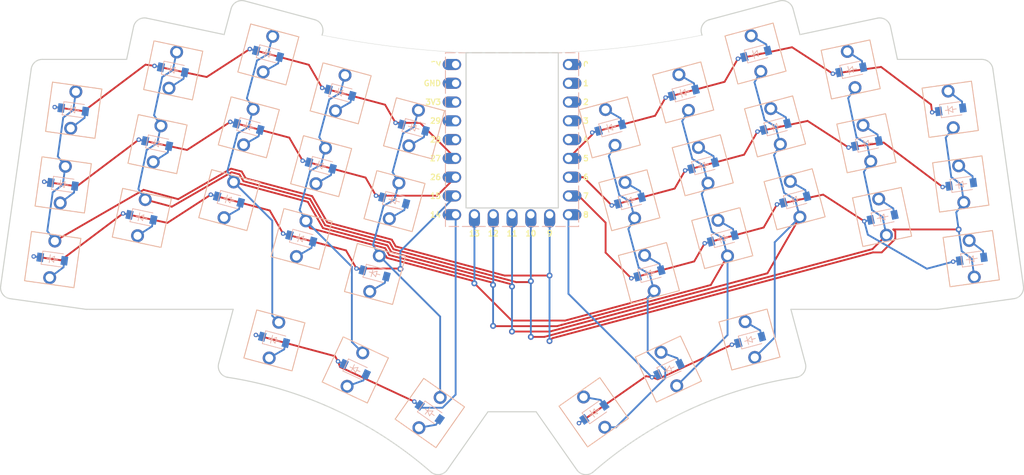
<source format=kicad_pcb>
(kicad_pcb (version 20221018) (generator pcbnew)
  (title_block (title "bw2") (rev "2") (company "jasonhazel"))
  (layers (0 "F.Cu" signal) (31 "B.Cu" signal) (34 "B.Paste" user) (35 "F.Paste" user) (36 "B.SilkS" user "B.Silkscreen") (37 "F.SilkS" user "F.Silkscreen") (38 "B.Mask" user) (39 "F.Mask" user) (44 "Edge.Cuts" user))
  (net 0 "")
  (net 1 "Net-(D1-A)")
  (net 2 "Net-(D2-A)")
  (net 3 "Net-(D3-A)")
  (net 4 "Net-(D4-A)")
  (net 5 "Net-(D5-A)")
  (net 6 "Net-(D6-A)")
  (net 7 "Net-(D7-A)")
  (net 8 "Net-(D8-A)")
  (net 9 "Net-(D9-A)")
  (net 10 "Net-(D10-A)")
  (net 11 "Net-(D11-A)")
  (net 12 "Net-(D12-A)")
  (net 13 "Net-(D13-A)")
  (net 14 "Net-(D14-A)")
  (net 15 "Net-(D15-A)")
  (net 16 "Net-(D16-A)")
  (net 17 "Net-(D17-A)")
  (net 18 "Net-(D18-A)")
  (net 19 "Net-(D19-A)")
  (net 20 "Net-(D20-A)")
  (net 21 "Net-(D21-A)")
  (net 22 "Net-(D22-A)")
  (net 23 "Net-(D23-A)")
  (net 24 "Net-(D24-A)")
  (net 25 "Net-(D25-A)")
  (net 26 "Net-(D26-A)")
  (net 27 "Net-(D27-A)")
  (net 28 "Net-(D28-A)")
  (net 29 "Net-(D29-A)")
  (net 30 "Net-(D30-A)")
  (net 31 "Net-(D31-A)")
  (net 32 "Net-(D32-A)")
  (net 33 "Net-(D33-A)")
  (net 34 "Net-(D34-A)")
  (net 35 "Net-(D35-A)")
  (net 36 "Net-(D36-A)")
  (net 37 "COL0")
  (net 38 "COL1")
  (net 39 "COL2")
  (net 40 "COL3")
  (net 41 "COL4")
  (net 52 "ROW2")
  (net 53 "ROW1")
  (net 54 "ROW0")
  (net 55 "ROW6")
  (net 56 "ROW5")
  (net 57 "ROW4")
  (net 58 "ROW3")
  (net 59 "ROW7")
  (footprint "0-hazel:Silent Square Micro Switch" (layer "F.Cu") (at 81.057557 -78.392323 75)
    (fp_text reference "SW14" hide)
    (fp_text value "[1,4]")
  )
  (footprint "0-hazel:Silent Square Micro Switch" (layer "F.Cu") (at 120.183819 -92.971868 -75)
    (fp_text reference "SW27" hide)
    (fp_text value "[4,3]")
  )
  (footprint "0-hazel:Silent Square Micro Switch" (layer "F.Cu") (at 68.50323 -73.266978 75)
    (fp_text reference "SW10" hide)
    (fp_text value "[2,3]")
  )
  (footprint "0-hazel:Silent Square Micro Switch" (layer "F.Cu") (at 75.773438 -55.567028 65)
    (fp_text reference "SW32" hide)
    (fp_text value "[3,3]")
  )
  (footprint "0-hazel:Silent Square Micro Switch" (layer "F.Cu") (at 129.138962 -59.550829 -75)
    (fp_text reference "SW34" hide)
    (fp_text value "[7,2]")
  )
  (footprint "0-hazel:Silent Square Micro Switch" (layer "F.Cu") (at 122.823762 -83.119422 -75)
    (fp_text reference "SW26" hide)
    (fp_text value "[5,3]")
  )
  (footprint "0-hazel:Silent Square Micro Switch" (layer "F.Cu") (at 156.259266 -90.681445 -82)
    (fp_text reference "SW18" hide)
    (fp_text value "[4,0]")
  )
  (footprint "0-hazel:Silent Square Micro Switch" (layer "F.Cu") (at 118.193513 -55.56702 -65)
    (fp_text reference "SW35" hide)
    (fp_text value "[7,3]")
  )
  (footprint "0-hazel:Silent Square Micro Switch" (layer "F.Cu") (at 71.143188 -83.119414 75)
    (fp_text reference "SW11" hide)
    (fp_text value "[1,3]")
  )
  (footprint "0-hazel:Silent Square Micro Switch" (layer "F.Cu") (at 83.6975 -88.244765 75)
    (fp_text reference "SW15" hide)
    (fp_text value "[0,4]")
  )
  (footprint "0-hazel:Silent Square Micro Switch" (layer "F.Cu") (at 78.417595 -68.539877 75)
    (fp_text reference "SW13" hide)
    (fp_text value "[2,4]")
  )
  (footprint "0-hazel:Silent Square Micro Switch" (layer "F.Cu") (at 112.909411 -78.392319 -75)
    (fp_text reference "SW29" hide)
    (fp_text value "[5,4]")
  )
  (footprint "0-hazel:Silent Square Micro Switch" (layer "F.Cu") (at 34.868566 -70.479971 82)
    (fp_text reference "SW1" hide)
    (fp_text value "[2,0]")
  )
  (footprint "0-hazel:rp2040-zero-facedown-swapped-5v-gnd" (layer "F.Cu") (at 96.983476 -98.383351)
    (fp_text reference "U1")
    (fp_text value "RP2040-Zero" hide)
    (fp_rect (start -6.215 0) (end 6.25 20.995) (stroke (width 0.15)) (fill none) (layer "Edge.Cuts"))
  )
  (footprint "0-hazel:Silent Square Micro Switch" (layer "F.Cu") (at 132.595788 -88.377774 -75)
    (fp_text reference "SW23" hide)
    (fp_text value "[5,2]")
  )
  (footprint "0-hazel:Silent Square Micro Switch" (layer "F.Cu") (at 157.678823 -80.58072 -82)
    (fp_text reference "SW17" hide)
    (fp_text value "[5,0]")
  )
  (footprint "0-hazel:Silent Square Micro Switch" (layer "F.Cu") (at 64.828002 -59.550825 75)
    (fp_text reference "SW31" hide)
    (fp_text value "[3,2]")
  )
  (footprint "0-hazel:Silent Square Micro Switch" (layer "F.Cu") (at 135.235733 -78.525348 -75)
    (fp_text reference "SW22" hide)
    (fp_text value "[6,2]")
  )
  (footprint "0-hazel:Silent Square Micro Switch" (layer "F.Cu") (at 64.01113 -98.230216 75)
    (fp_text reference "SW9" hide)
    (fp_text value "[0,2]")
  )
  (footprint "0-hazel:Silent Square Micro Switch" (layer "F.Cu") (at 129.955821 -98.230213 -75)
    (fp_text reference "SW24" hide)
    (fp_text value "[4,2]")
  )
  (footprint "0-hazel:Silent Square Micro Switch" (layer "F.Cu") (at 115.549357 -68.539885 -75)
    (fp_text reference "SW28" hide)
    (fp_text value "[6,4]")
  )
  (footprint "0-hazel:Silent Square Micro Switch" (layer "F.Cu") (at 142.8123 -96.073655 -78)
    (fp_text reference "SW21" hide)
    (fp_text value "[4,1]")
  )
  (footprint "0-hazel:Silent Square Micro Switch" (layer "F.Cu") (at 147.053707 -76.119452 -78)
    (fp_text reference "SW19" hide)
    (fp_text value "[6,1]")
  )
  (footprint "0-hazel:Silent Square Micro Switch" (layer "F.Cu") (at 49.033943 -86.096567 78)
    (fp_text reference "SW5" hide)
    (fp_text value "[1,2]")
  )
  (footprint "0-hazel:Silent Square Micro Switch" (layer "F.Cu") (at 159.098397 -70.479973 -82)
    (fp_text reference "SW16" hide)
    (fp_text value "[6,0]")
  )
  (footprint "0-hazel:Silent Square Micro Switch" (layer "F.Cu") (at 73.783139 -92.971863 75)
    (fp_text reference "SW12" hide)
    (fp_text value "[0,3]")
  )
  (footprint "0-hazel:Silent Square Micro Switch" (layer "F.Cu") (at 85.860811 -49.743073 55)
    (fp_text reference "SW33" hide)
    (fp_text value "[3,4]")
  )
  (footprint "0-hazel:Silent Square Micro Switch" (layer "F.Cu") (at 36.288132 -80.580712 82)
    (fp_text reference "SW2" hide)
    (fp_text value "[1,0]")
  )
  (footprint "0-hazel:Silent Square Micro Switch" (layer "F.Cu") (at 51.154636 -96.07366 78)
    (fp_text reference "SW6" hide)
    (fp_text value "[0,1]")
  )
  (footprint "0-hazel:Silent Square Micro Switch" (layer "F.Cu") (at 58.731224 -78.525329 75)
    (fp_text reference "SW7" hide)
    (fp_text value "[2,2]")
  )
  (footprint "0-hazel:Silent Square Micro Switch" (layer "F.Cu") (at 61.371183 -88.377775 75)
    (fp_text reference "SW8" hide)
    (fp_text value "[1,2]")
  )
  (footprint "0-hazel:Silent Square Micro Switch" (layer "F.Cu") (at 110.269464 -88.244773 -75)
    (fp_text reference "SW30" hide)
    (fp_text value "[4,4]")
  )
  (footprint "0-hazel:Silent Square Micro Switch" (layer "F.Cu") (at 125.46373 -73.26697 -75)
    (fp_text reference "SW25" hide)
    (fp_text value "[6,3]")
  )
  (footprint "LOGO" (layer "F.Cu") (at 96.983485 -82.03988)
    (fp_text reference "LOGO1")
    (fp_text value "")
  )
  (footprint "0-hazel:Silent Square Micro Switch" (layer "F.Cu") (at 37.707692 -90.68145 82)
    (fp_text reference "SW3" hide)
    (fp_text value "[0,0]")
  )
  (footprint "0-hazel:Silent Square Micro Switch" (layer "F.Cu") (at 144.93301 -86.09656 -78)
    (fp_text reference "SW20" hide)
    (fp_text value "[5,1]")
  )
  (footprint "0-hazel:Silent Square Micro Switch" (layer "F.Cu") (at 46.913249 -76.119447 78)
    (fp_text reference "SW4" hide)
    (fp_text value "[2,1]")
  )
  (footprint "0-hazel:Silent Square Micro Switch" (layer "F.Cu") (at 108.106142 -49.743065 -55)
    (fp_text reference "SW36" hide)
    (fp_text value "[7,4]")
  )
  (footprint "bad-wings:D_SOD-123" (layer "B.Cu") (at 78.417595 -68.539877 -15)
    (fp_text reference "D13" hide)
    (fp_text value "1N4148W" hide)
  )
  (footprint "bad-wings:D_SOD-123" (layer "B.Cu") (at 142.8123 -96.073655 12)
    (fp_text reference "D21" hide)
    (fp_text value "1N4148W" hide)
  )
  (footprint "bad-wings:D_SOD-123" (layer "B.Cu") (at 58.731224 -78.525329 -15)
    (fp_text reference "D7" hide)
    (fp_text value "1N4148W" hide)
  )
  (footprint "bad-wings:D_SOD-123" (layer "B.Cu") (at 115.549357 -68.539885 15)
    (fp_text reference "D28" hide)
    (fp_text value "1N4148W" hide)
  )
  (footprint "bad-wings:D_SOD-123" (layer "B.Cu") (at 129.138962 -59.550829 15)
    (fp_text reference "D34" hide)
    (fp_text value "1N4148W" hide)
  )
  (footprint "bad-wings:D_SOD-123" (layer "B.Cu") (at 144.93301 -86.09656 12)
    (fp_text reference "D20" hide)
    (fp_text value "1N4148W" hide)
  )
  (footprint "bad-wings:D_SOD-123" (layer "B.Cu") (at 108.106142 -49.743065 35)
    (fp_text reference "D36" hide)
    (fp_text value "1N4148W" hide)
  )
  (footprint "bad-wings:D_SOD-123" (layer "B.Cu") (at 68.50323 -73.266978 -15)
    (fp_text reference "D10" hide)
    (fp_text value "1N4148W" hide)
  )
  (footprint "bad-wings:D_SOD-123" (layer "B.Cu") (at 83.6975 -88.244765 -15)
    (fp_text reference "D15" hide)
    (fp_text value "1N4148W" hide)
  )
  (footprint "bad-wings:D_SOD-123" (layer "B.Cu") (at 71.143188 -83.119414 -15)
    (fp_text reference "D11" hide)
    (fp_text value "1N4148W" hide)
  )
  (footprint "bad-wings:D_SOD-123" (layer "B.Cu") (at 110.269464 -88.244773 15)
    (fp_text reference "D30" hide)
    (fp_text value "1N4148W" hide)
  )
  (footprint "bad-wings:D_SOD-123" (layer "B.Cu") (at 112.909411 -78.392319 15)
    (fp_text reference "D29" hide)
    (fp_text value "1N4148W" hide)
  )
  (footprint "bad-wings:D_SOD-123" (layer "B.Cu") (at 81.057557 -78.392323 -15)
    (fp_text reference "D14" hide)
    (fp_text value "1N4148W" hide)
  )
  (footprint "bad-wings:D_SOD-123" (layer "B.Cu") (at 129.955821 -98.230213 15)
    (fp_text reference "D24" hide)
    (fp_text value "1N4148W" hide)
  )
  (footprint "bad-wings:D_SOD-123" (layer "B.Cu") (at 51.154636 -96.07366 -12)
    (fp_text reference "D6" hide)
    (fp_text value "1N4148W" hide)
  )
  (footprint "bad-wings:D_SOD-123" (layer "B.Cu") (at 118.193513 -55.56702 25)
    (fp_text reference "D35" hide)
    (fp_text value "1N4148W" hide)
  )
  (footprint "bad-wings:D_SOD-123" (layer "B.Cu") (at 157.678823 -80.58072 8)
    (fp_text reference "D17" hide)
    (fp_text value "1N4148W" hide)
  )
  (footprint "0-hazel:MountingHole_2.2mm_M2" (layer "B.Cu") (at 45.000452 -67.120501 -12)
    (fp_text reference "H3")
    (fp_text value "")
  )
  (footprint "bad-wings:D_SOD-123" (layer "B.Cu") (at 34.868566 -70.479971 -8)
    (fp_text reference "D1" hide)
    (fp_text value "1N4148W" hide)
  )
  (footprint "bad-wings:D_SOD-123" (layer "B.Cu") (at 75.773438 -55.567028 -25)
    (fp_text reference "D32" hide)
    (fp_text value "1N4148W" hide)
  )
  (footprint "bad-wings:D_SOD-123" (layer "B.Cu") (at 147.053707 -76.119452 12)
    (fp_text reference "D19" hide)
    (fp_text value "1N4148W" hide)
  )
  (footprint "bad-wings:D_SOD-123" (layer "B.Cu") (at 46.913249 -76.119447 -12)
    (fp_text reference "D4" hide)
    (fp_text value "1N4148W" hide)
  )
  (footprint "0-hazel:MountingHole_2.2mm_M2" (layer "B.Cu") (at 150.340712 -91.437603 12)
    (fp_text reference "H2")
    (fp_text value "")
  )
  (footprint "0-hazel:MountingHole_2.2mm_M2" (layer "B.Cu") (at 108.402965 -59.214885 -115)
    (fp_text reference "H8")
    (fp_text value "")
  )
  (footprint "bad-wings:D_SOD-123" (layer "B.Cu") (at 73.783139 -92.971863 -15)
    (fp_text reference "D12" hide)
    (fp_text value "1N4148W" hide)
  )
  (footprint "bad-wings:D_SOD-123" (layer "B.Cu") (at 159.098397 -70.479973 8)
    (fp_text reference "D16" hide)
    (fp_text value "1N4148W" hide)
  )
  (footprint "0-hazel:MountingHole_2.2mm_M2" (layer "B.Cu") (at 107.786651 -95.965238 15)
    (fp_text reference "H6")
    (fp_text value "")
  )
  (footprint "0-hazel:MountingHole_2.2mm_M2" (layer "B.Cu") (at 85.564009 -59.214893 115)
    (fp_text reference "H7")
    (fp_text value "")
  )
  (footprint "bad-wings:D_SOD-123" (layer "B.Cu") (at 132.595788 -88.377774 15)
    (fp_text reference "D23" hide)
    (fp_text value "1N4148W" hide)
  )
  (footprint "bad-wings:D_SOD-123" (layer "B.Cu") (at 122.823762 -83.119422 15)
    (fp_text reference "D26" hide)
    (fp_text value "1N4148W" hide)
  )
  (footprint "bad-wings:D_SOD-123" (layer "B.Cu") (at 125.46373 -73.26697 15)
    (fp_text reference "D25" hide)
    (fp_text value "1N4148W" hide)
  )
  (footprint "bad-wings:D_SOD-123" (layer "B.Cu") (at 64.828002 -59.550825 -15)
    (fp_text reference "D31" hide)
    (fp_text value "1N4148W" hide)
  )
  (footprint "0-hazel:MountingHole_2.2mm_M2" (layer "B.Cu") (at 86.180303 -95.965233 -15)
    (fp_text reference "H5")
    (fp_text value "")
  )
  (footprint "0-hazel:MountingHole_2.2mm_M2" (layer "B.Cu") (at 43.62624 -91.437603 -12)
    (fp_text reference "H1")
    (fp_text value "")
  )
  (footprint "bad-wings:D_SOD-123" (layer "B.Cu") (at 85.860811 -49.743073 -35)
    (fp_text reference "D33" hide)
    (fp_text value "1N4148W" hide)
  )
  (footprint "0-hazel:MountingHole_2.2mm_M2" (layer "B.Cu") (at 148.966497 -67.120509 12)
    (fp_text reference "H4")
    (fp_text value "")
  )
  (footprint "bad-wings:D_SOD-123" (layer "B.Cu") (at 61.371183 -88.377775 -15)
    (fp_text reference "D8" hide)
    (fp_text value "1N4148W" hide)
  )
  (footprint "bad-wings:D_SOD-123" (layer "B.Cu") (at 37.707692 -90.68145 -8)
    (fp_text reference "D3" hide)
    (fp_text value "1N4148W" hide)
  )
  (footprint "bad-wings:D_SOD-123" (layer "B.Cu") (at 156.259266 -90.681445 8)
    (fp_text reference "D18" hide)
    (fp_text value "1N4148W" hide)
  )
  (footprint "bad-wings:D_SOD-123" (layer "B.Cu") (at 120.183819 -92.971868 15)
    (fp_text reference "D27" hide)
    (fp_text value "1N4148W" hide)
  )
  (footprint "bad-wings:D_SOD-123" (layer "B.Cu") (at 36.288132 -80.580712 -8)
    (fp_text reference "D2" hide)
    (fp_text value "1N4148W" hide)
  )
  (footprint "bad-wings:D_SOD-123" (layer "B.Cu") (at 135.235733 -78.525348 15)
    (fp_text reference "D22" hide)
    (fp_text value "1N4148W" hide)
  )
  (footprint "bad-wings:D_SOD-123" (layer "B.Cu") (at 49.033943 -86.096567 -12)
    (fp_text reference "D5" hide)
    (fp_text value "1N4148W" hide)
  )
  (footprint "bad-wings:D_SOD-123" (layer "B.Cu") (at 64.01113 -98.230216 -15)
    (fp_text reference "D9" hide)
    (fp_text value "1N4148W" hide)
  )
  (gr_line (start 133.110063 -105.390578) (end 123.644006 -102.854155) (stroke (width 0.15)) (layer "Edge.Cuts"))
  (gr_arc (start 122.651462 -100.762795) (mid 112.986481 -99.213907) (end 103.233476 -98.383356) (stroke (width 0.05)) (layer "Edge.Cuts"))
  (gr_line (start 134.658836 -63.678078) (end 154.425774 -63.678079) (stroke (width 0.15)) (layer "Edge.Cuts"))
  (gr_line (start 122.583333 -101.017033) (end 122.651462 -100.762795) (stroke (width 0.15)) (layer "Edge.Cuts"))
  (gr_line (start 57.345796 -56.354571) (end 59.308139 -63.67808) (stroke (width 0.15)) (layer "Edge.Cuts"))
  (gr_line (start 100.236922 -49.823418) (end 105.74491 -41.957216) (stroke (width 0.15)) (layer "Edge.Cuts"))
  (gr_line (start 70.322964 -102.854146) (end 60.85688 -105.390577) (stroke (width 0.15)) (layer "Edge.Cuts"))
  (gr_line (start 163.306765 -86.521793) (end 166.076306 -66.815453) (stroke (width 0.15)) (layer "Edge.Cuts"))
  (gr_line (start 160.462286 -97.483346) (end 149.055642 -97.483352) (stroke (width 0.15)) (layer "Edge.Cuts"))
  (gr_line (start 135.883084 -100.837085) (end 146.336981 -103.059132) (stroke (width 0.15)) (layer "Edge.Cuts"))
  (gr_line (start 103.233476 -98.383356) (end 90.768481 -98.383344) (stroke (width 0.05)) (layer "Edge.Cuts"))
  (gr_arc (start 59.01977 -104.329922) (mid 59.718657 -105.24073) (end 60.85688 -105.390577) (stroke (width 0.15)) (layer "Edge.Cuts"))
  (gr_line (start 93.730035 -49.823435) (end 100.236922 -49.823418) (stroke (width 0.15)) (layer "Edge.Cuts"))
  (gr_arc (start 166.076305 -66.815453) (mid 165.788856 -65.703966) (end 164.799656 -65.12129) (stroke (width 0.15)) (layer "Edge.Cuts"))
  (gr_line (start 71.315508 -100.762792) (end 71.38362 -101.017032) (stroke (width 0.15)) (layer "Edge.Cuts"))
  (gr_arc (start 88.221792 -41.956857) (mid 87.173315 -41.328101) (end 86.005096 -41.688545) (stroke (width 0.15)) (layer "Edge.Cuts"))
  (gr_line (start 163.306704 -86.522239) (end 161.94769 -96.192103) (stroke (width 0.15)) (layer "Edge.Cuts"))
  (gr_arc (start 136.621152 -56.354552) (mid 136.428855 -55.147227) (end 135.401831 -54.484013) (stroke (width 0.15)) (layer "Edge.Cuts"))
  (gr_arc (start 45.850897 -101.903775) (mid 46.501154 -102.849913) (end 47.629977 -103.059132) (stroke (width 0.15)) (layer "Edge.Cuts"))
  (gr_line (start 39.541188 -63.678063) (end 59.308139 -63.67808) (stroke (width 0.15)) (layer "Edge.Cuts"))
  (gr_line (start 134.658836 -63.678078) (end 136.621152 -56.354552) (stroke (width 0.15)) (layer "Edge.Cuts"))
  (gr_arc (start 58.565131 -54.484001) (mid 73.195464 -50.038529) (end 86.005096 -41.688545) (stroke (width 0.15)) (layer "Edge.Cuts"))
  (gr_arc (start 133.110062 -105.390577) (mid 134.248291 -105.240729) (end 134.947186 -104.329921) (stroke (width 0.15)) (layer "Edge.Cuts"))
  (gr_line (start 29.16729 -65.12129) (end 39.332437 -63.692677) (stroke (width 0.15)) (layer "Edge.Cuts"))
  (gr_arc (start 122.583333 -101.017032) (mid 122.733186 -102.15527) (end 123.644006 -102.854155) (stroke (width 0.15)) (layer "Edge.Cuts"))
  (gr_arc (start 146.33698 -103.059133) (mid 147.465799 -102.849913) (end 148.116063 -101.903777) (stroke (width 0.15)) (layer "Edge.Cuts"))
  (gr_line (start 134.947188 -104.329919) (end 135.883084 -100.837085) (stroke (width 0.15)) (layer "Edge.Cuts"))
  (gr_arc (start 107.96185 -41.688544) (mid 120.771485 -50.038543) (end 135.401831 -54.484013) (stroke (width 0.15)) (layer "Edge.Cuts"))
  (gr_line (start 154.634519 -63.692669) (end 164.799656 -65.12129) (stroke (width 0.15)) (layer "Edge.Cuts"))
  (gr_line (start 58.083876 -100.837093) (end 59.01977 -104.329922) (stroke (width 0.15)) (layer "Edge.Cuts"))
  (gr_arc (start 58.565131 -54.484001) (mid 57.538086 -55.147217) (end 57.345796 -56.354571) (stroke (width 0.15)) (layer "Edge.Cuts"))
  (gr_arc (start 160.462286 -97.483346) (mid 161.446375 -97.115409) (end 161.94769 -96.192103) (stroke (width 0.15)) (layer "Edge.Cuts"))
  (gr_arc (start 29.16729 -65.12129) (mid 28.178095 -65.703971) (end 27.890655 -66.815453) (stroke (width 0.15)) (layer "Edge.Cuts"))
  (gr_line (start 47.629977 -103.059132) (end 58.083876 -100.837093) (stroke (width 0.15)) (layer "Edge.Cuts"))
  (gr_arc (start 90.768479 -98.383344) (mid 80.998108 -99.214286) (end 71.315508 -100.762792) (stroke (width 0.05)) (layer "Edge.Cuts"))
  (gr_line (start 27.890655 -66.815453) (end 30.660199 -86.521789) (stroke (width 0.15)) (layer "Edge.Cuts"))
  (gr_line (start 44.911305 -97.483346) (end 33.504675 -97.483339) (stroke (width 0.15)) (layer "Edge.Cuts"))
  (gr_line (start 45.850899 -101.903774) (end 44.911305 -97.483346) (stroke (width 0.15)) (layer "Edge.Cuts"))
  (gr_arc (start 39.541187 -63.678066) (mid 39.436556 -63.68172) (end 39.332437 -63.692677) (stroke (width 0.15)) (layer "Edge.Cuts"))
  (gr_arc (start 107.96185 -41.688542) (mid 106.793639 -41.328091) (end 105.745154 -41.956847) (stroke (width 0.15)) (layer "Edge.Cuts"))
  (gr_arc (start 154.634519 -63.692669) (mid 154.530401 -63.681726) (end 154.425774 -63.678079) (stroke (width 0.15)) (layer "Edge.Cuts"))
  (gr_line (start 149.055642 -97.483352) (end 148.116063 -101.903777) (stroke (width 0.15)) (layer "Edge.Cuts"))
  (gr_line (start 32.019268 -96.192107) (end 30.660256 -86.522234) (stroke (width 0.15)) (layer "Edge.Cuts"))
  (gr_line (start 88.222054 -41.957207) (end 93.730035 -49.823435) (stroke (width 0.15)) (layer "Edge.Cuts"))
  (gr_arc (start 32.019268 -96.192107) (mid 32.52058 -97.115418) (end 33.504675 -97.483339) (stroke (width 0.15)) (layer "Edge.Cuts"))
  (gr_arc (start 70.322966 -102.854143) (mid 71.233767 -102.155255) (end 71.383619 -101.017033) (stroke (width 0.15)) (layer "Edge.Cuts"))
  (segment (start 36.378638 -69.369002) (end 36.502498 -70.250342) (width 0.25) (layer "B.Cu") (net 1))
  (segment (start 34.515064 -67.964691) (end 36.378638 -69.369002) (width 0.25) (layer "B.Cu") (net 1))
  (segment (start 37.798217 -79.469738) (end 37.92208 -80.351076) (width 0.25) (layer "B.Cu") (net 2))
  (segment (start 35.934633 -78.065433) (end 37.798217 -79.469738) (width 0.25) (layer "B.Cu") (net 2))
  (segment (start 39.217766 -89.570473) (end 39.341635 -90.451815) (width 0.25) (layer "B.Cu") (net 3))
  (segment (start 37.354193 -88.166175) (end 39.217766 -89.570473) (width 0.25) (layer "B.Cu") (net 3))
  (segment (start 48.342158 -74.905855) (end 48.527186 -75.776399) (width 0.25) (layer "B.Cu") (net 4))
  (segment (start 46.385157 -73.63496) (end 48.342158 -74.905855) (width 0.25) (layer "B.Cu") (net 4))
  (segment (start 50.46285 -84.882957) (end 50.647884 -85.753515) (width 0.25) (layer "B.Cu") (net 5))
  (segment (start 48.505849 -83.612077) (end 50.46285 -84.882957) (width 0.25) (layer "B.Cu") (net 5))
  (segment (start 52.583535 -94.86005) (end 52.768582 -95.730604) (width 0.25) (layer "B.Cu") (net 6))
  (segment (start 50.626545 -93.589166) (end 52.583535 -94.86005) (width 0.25) (layer "B.Cu") (net 6))
  (segment (start 60.094663 -77.238606) (end 60.324998 -78.098278) (width 0.25) (layer "B.Cu") (net 7))
  (segment (start 58.073825 -76.071884) (end 60.094663 -77.238606) (width 0.25) (layer "B.Cu") (net 7))
  (segment (start 62.734613 -87.091054) (end 62.964953 -87.950724) (width 0.25) (layer "B.Cu") (net 8))
  (segment (start 60.713776 -85.924325) (end 62.734613 -87.091054) (width 0.25) (layer "B.Cu") (net 8))
  (segment (start 65.374558 -96.94349) (end 65.604913 -97.803166) (width 0.25) (layer "B.Cu") (net 9))
  (segment (start 63.353725 -95.776766) (end 65.374558 -96.94349) (width 0.25) (layer "B.Cu") (net 9))
  (segment (start 67.845831 -70.813526) (end 69.866653 -71.980239) (width 0.25) (layer "B.Cu") (net 10))
  (segment (start 69.866653 -71.980239) (end 70.097012 -72.839914) (width 0.25) (layer "B.Cu") (net 10))
  (segment (start 70.485793 -80.665965) (end 72.506613 -81.832686) (width 0.25) (layer "B.Cu") (net 11))
  (segment (start 72.506613 -81.832686) (end 72.736972 -82.692356) (width 0.25) (layer "B.Cu") (net 11))
  (segment (start 75.146566 -91.685138) (end 75.376917 -92.544819) (width 0.25) (layer "B.Cu") (net 12))
  (segment (start 73.125733 -90.518407) (end 75.146566 -91.685138) (width 0.25) (layer "B.Cu") (net 12))
  (segment (start 79.781021 -67.253155) (end 80.011373 -68.112825) (width 0.25) (layer "B.Cu") (net 13))
  (segment (start 77.760196 -66.08642) (end 79.781021 -67.253155) (width 0.25) (layer "B.Cu") (net 13))
  (segment (start 82.420985 -77.105593) (end 82.651327 -77.965262) (width 0.25) (layer "B.Cu") (net 14))
  (segment (start 80.40015 -75.938871) (end 82.420985 -77.105593) (width 0.25) (layer "B.Cu") (net 14))
  (segment (start 83.040102 -85.791321) (end 85.060935 -86.958048) (width 0.25) (layer "B.Cu") (net 15))
  (segment (start 85.060935 -86.958048) (end 85.291277 -87.817717) (width 0.25) (layer "B.Cu") (net 15))
  (segment (start 158.744891 -72.995262) (end 160.608476 -71.590947) (width 0.25) (layer "B.Cu") (net 16))
  (segment (start 160.608476 -71.590947) (end 160.732336 -70.709611) (width 0.25) (layer "B.Cu") (net 16))
  (segment (start 157.325332 -83.095979) (end 159.188902 -81.691685) (width 0.25) (layer "B.Cu") (net 17))
  (segment (start 159.188902 -81.691685) (end 159.312772 -80.810346) (width 0.25) (layer "B.Cu") (net 17))
  (segment (start 157.769349 -91.792416) (end 157.893201 -90.911079) (width 0.25) (layer "B.Cu") (net 18))
  (segment (start 155.90577 -93.196738) (end 157.769349 -91.792416) (width 0.25) (layer "B.Cu") (net 18))
  (segment (start 148.482608 -77.333064) (end 148.667651 -76.462497) (width 0.25) (layer "B.Cu") (net 19))
  (segment (start 146.525607 -78.603953) (end 148.482608 -77.333064) (width 0.25) (layer "B.Cu") (net 19))
  (segment (start 146.361915 -87.310165) (end 146.546956 -86.43963) (width 0.25) (layer "B.Cu") (net 20))
  (segment (start 144.404914 -88.581057) (end 146.361915 -87.310165) (width 0.25) (layer "B.Cu") (net 20))
  (segment (start 144.241211 -97.287277) (end 144.426247 -96.416716) (width 0.25) (layer "B.Cu") (net 21))
  (segment (start 142.284213 -98.55817) (end 144.241211 -97.287277) (width 0.25) (layer "B.Cu") (net 21))
  (segment (start 136.599163 -79.812073) (end 136.829511 -78.9524) (width 0.25) (layer "B.Cu") (net 22))
  (segment (start 134.578335 -80.9788) (end 136.599163 -79.812073) (width 0.25) (layer "B.Cu") (net 22))
  (segment (start 133.959216 -89.664498) (end 134.189567 -88.804825) (width 0.25) (layer "B.Cu") (net 23))
  (segment (start 131.938389 -90.831225) (end 133.959216 -89.664498) (width 0.25) (layer "B.Cu") (net 23))
  (segment (start 129.298421 -100.683664) (end 131.319251 -99.516936) (width 0.25) (layer "B.Cu") (net 24))
  (segment (start 131.319251 -99.516936) (end 131.5496 -98.657263) (width 0.25) (layer "B.Cu") (net 24))
  (segment (start 124.806326 -75.720426) (end 126.827162 -74.553702) (width 0.25) (layer "B.Cu") (net 25))
  (segment (start 126.827162 -74.553702) (end 127.057504 -73.694031) (width 0.25) (layer "B.Cu") (net 25))
  (segment (start 124.187198 -84.406158) (end 124.417554 -83.546473) (width 0.25) (layer "B.Cu") (net 26))
  (segment (start 122.166361 -85.572871) (end 124.187198 -84.406158) (width 0.25) (layer "B.Cu") (net 26))
  (segment (start 119.526423 -95.425303) (end 121.547249 -94.258581) (width 0.25) (layer "B.Cu") (net 27))
  (segment (start 121.547249 -94.258581) (end 121.777599 -93.398913) (width 0.25) (layer "B.Cu") (net 27))
  (segment (start 116.912785 -69.826606) (end 117.143143 -68.966928) (width 0.25) (layer "B.Cu") (net 28))
  (segment (start 114.891959 -70.993334) (end 116.912785 -69.826606) (width 0.25) (layer "B.Cu") (net 28))
  (segment (start 114.272835 -79.67904) (end 114.503186 -78.819373) (width 0.25) (layer "B.Cu") (net 29))
  (segment (start 112.252008 -80.845768) (end 114.272835 -79.67904) (width 0.25) (layer "B.Cu") (net 29))
  (segment (start 111.632885 -89.531486) (end 111.863242 -88.671816) (width 0.25) (layer "B.Cu") (net 30))
  (segment (start 109.61205 -90.698225) (end 111.632885 -89.531486) (width 0.25) (layer "B.Cu") (net 30))
  (segment (start 66.191428 -58.264106) (end 66.421774 -59.123773) (width 0.25) (layer "B.Cu") (net 31))
  (segment (start 64.170597 -57.097384) (end 66.191428 -58.264106) (width 0.25) (layer "B.Cu") (net 31))
  (segment (start 76.892722 -54.063094) (end 77.268852 -54.869707) (width 0.25) (layer "B.Cu") (net 32))
  (segment (start 74.699993 -53.265003) (end 76.892722 -54.063094) (width 0.25) (layer "B.Cu") (net 32))
  (segment (start 86.701926 -48.067624) (end 87.212414 -48.796669) (width 0.25) (layer "B.Cu") (net 33))
  (segment (start 84.403922 -47.662429) (end 86.701926 -48.067624) (width 0.25) (layer "B.Cu") (net 33))
  (segment (start 128.481554 -62.004281) (end 130.502389 -60.837568) (width 0.25) (layer "B.Cu") (net 34))
  (segment (start 130.502389 -60.837568) (end 130.732737 -59.97788) (width 0.25) (layer "B.Cu") (net 34))
  (segment (start 117.120062 -57.869047) (end 119.312788 -57.07095) (width 0.25) (layer "B.Cu") (net 35))
  (segment (start 119.312788 -57.07095) (end 119.688918 -56.264343) (width 0.25) (layer "B.Cu") (net 35))
  (segment (start 106.649259 -51.823718) (end 108.947266 -51.418522) (width 0.25) (layer "B.Cu") (net 36))
  (segment (start 108.947266 -51.418522) (end 109.45776 -50.689469) (width 0.25) (layer "B.Cu") (net 36))
  (segment (start 60.987236 -81.399362) (end 69.979565 -78.989873) (width 0.25) (layer "F.Cu") (net 37))
  (segment (start 47.19603 -79.835631) (end 51.877667 -78.581189) (width 0.25) (layer "F.Cu") (net 37))
  (segment (start 148.76647 -74.210804) (end 148.76647 -73.215614) (width 0.25) (layer "F.Cu") (net 37))
  (segment (start 102.434249 -59.773969) (end 102.046046 -59.385766) (width 0.25) (layer "F.Cu") (net 37))
  (segment (start 51.877667 -78.581189) (end 59.019371 -82.704452) (width 0.25) (layer "F.Cu") (net 37))
  (segment (start 35.210932 -72.916031) (end 47.19603 -79.835631) (width 0.25) (layer "F.Cu") (net 37))
  (segment (start 59.019371 -82.704452) (end 60.455987 -82.319513) (width 0.25) (layer "F.Cu") (net 37))
  (segment (start 148.495926 -74.481348) (end 148.76647 -74.210804) (width 0.25) (layer "F.Cu") (net 37))
  (segment (start 146.928169 -71.377313) (end 145.738518 -71.377313) (width 0.25) (layer "F.Cu") (net 37))
  (segment (start 72.029254 -75.439705) (end 80.735394 -73.106902) (width 0.25) (layer "F.Cu") (net 37))
  (segment (start 157.322936 -74.481348) (end 148.495926 -74.481348) (width 0.25) (layer "F.Cu") (net 37))
  (segment (start 99.789866 -68.25) (end 102.05 -68.25) (width 0.25) (layer "F.Cu") (net 37))
  (segment (start 99.787694 -68.247828) (end 99.789866 -68.25) (width 0.25) (layer "F.Cu") (net 37))
  (segment (start 60.455987 -82.319513) (end 60.987236 -81.399362) (width 0.25) (layer "F.Cu") (net 37))
  (segment (start 69.979565 -78.989873) (end 72.029254 -75.439705) (width 0.25) (layer "F.Cu") (net 37))
  (segment (start 148.76647 -73.215614) (end 146.928169 -71.377313) (width 0.25) (layer "F.Cu") (net 37))
  (segment (start 80.735394 -73.106902) (end 81.266642 -72.186751) (width 0.25) (layer "F.Cu") (net 37))
  (segment (start 145.738518 -71.377313) (end 102.434249 -59.773969) (width 0.25) (layer "F.Cu") (net 37))
  (segment (start 95.966899 -68.247828) (end 99.787694 -68.247828) (width 0.25) (layer "F.Cu") (net 37))
  (segment (start 81.266642 -72.186751) (end 95.966899 -68.247828) (width 0.25) (layer "F.Cu") (net 37))
  (via (at 157.322936 -74.481348) (size 0.8) (drill 0.4) (layers "F.Cu" "B.Cu") (net 37))
  (via (at 102.046046 -59.385766) (size 0.8) (drill 0.4) (layers "F.Cu" "B.Cu") (net 37))
  (via (at 102.05 -68.25) (size 0.8) (drill 0.4) (layers "F.Cu" "B.Cu") (net 37))
  (segment (start 159.091434 -70.529482) (end 159.44076 -68.043918) (width 0.25) (layer "B.Cu") (net 37))
  (segment (start 157.683732 -80.545809) (end 158.021194 -78.144651) (width 0.25) (layer "B.Cu") (net 37))
  (segment (start 34.188505 -74.272822) (end 34.92438 -79.508781) (width 0.25) (layer "B.Cu") (net 37))
  (segment (start 102.063476 -76.473351) (end 102.063476 -68.263476) (width 0.25) (layer "B.Cu") (net 37))
  (segment (start 102.05 -59.38972) (end 102.046046 -59.385766) (width 0.25) (layer "B.Cu") (net 37))
  (segment (start 35.608075 -84.373578) (end 36.343938 -89.609518) (width 0.25) (layer "B.Cu") (net 37))
  (segment (start 34.92438 -79.508781) (end 36.28118 -80.531198) (width 0.25) (layer "B.Cu") (net 37))
  (segment (start 157.734647 -71.551913) (end 159.091434 -70.529482) (width 0.25) (layer "B.Cu") (net 37))
  (segment (start 156.998772 -76.787852) (end 157.734647 -71.551913) (width 0.25) (layer "B.Cu") (net 37))
  (segment (start 36.343938 -89.609518) (end 37.700728 -90.631935) (width 0.25) (layer "B.Cu") (net 37))
  (segment (start 36.630499 -83.016774) (end 35.608075 -84.373578) (width 0.25) (layer "B.Cu") (net 37))
  (segment (start 102.05 -68.25) (end 102.05 -59.38972) (width 0.25) (layer "B.Cu") (net 37))
  (segment (start 156.326942 -81.568224) (end 157.683732 -80.545809) (width 0.25) (layer "B.Cu") (net 37))
  (segment (start 102.063476 -68.263476) (end 102.05 -68.25) (width 0.25) (layer "B.Cu") (net 37))
  (segment (start 37.700728 -90.631935) (end 38.050056 -93.117504) (width 0.25) (layer "B.Cu") (net 37))
  (segment (start 36.28118 -80.531198) (end 36.630499 -83.016774) (width 0.25) (layer "B.Cu") (net 37))
  (segment (start 156.601629 -88.245388) (end 155.579206 -86.888589) (width 0.25) (layer "B.Cu") (net 37))
  (segment (start 155.579206 -86.888589) (end 156.326942 -81.568224) (width 0.25) (layer "B.Cu") (net 37))
  (segment (start 158.021194 -78.144651) (end 156.998772 -76.787852) (width 0.25) (layer "B.Cu") (net 37))
  (segment (start 35.210928 -72.916037) (end 34.188505 -74.272822) (width 0.25) (layer "B.Cu") (net 37))
  (segment (start 59.082945 -82.221542) (end 60.159478 -81.933087) (width 0.25) (layer "F.Cu") (net 38))
  (segment (start 147.565169 -73.713209) (end 145.679273 -71.827313) (width 0.25) (layer "F.Cu") (net 38))
  (segment (start 145.679273 -71.827313) (end 101.354404 -59.9505) (width 0.25) (layer "F.Cu") (net 38))
  (segment (start 80.438876 -72.72048) (end 80.970125 -71.80033) (width 0.25) (layer "F.Cu") (net 38))
  (segment (start 97.540801 -67.360229) (end 99.400012 -67.360229) (width 0.25) (layer "F.Cu") (net 38))
  (segment (start 99.400012 -67.360229) (end 99.525 -67.485217) (width 0.25) (layer "F.Cu") (net 38))
  (segment (start 80.970125 -71.80033) (end 97.540801 -67.360229) (width 0.25) (layer "F.Cu") (net 38))
  (segment (start 71.73274 -75.053282) (end 80.438876 -72.72048) (width 0.25) (layer "F.Cu") (net 38))
  (segment (start 51.015199 -77.563623) (end 59.082945 -82.221542) (width 0.25) (layer "F.Cu") (net 38))
  (segment (start 60.690727 -81.012933) (end 69.683044 -78.603443) (width 0.25) (layer "F.Cu") (net 38))
  (segment (start 60.159478 -81.933087) (end 60.690727 -81.012933) (width 0.25) (layer "F.Cu") (net 38))
  (segment (start 47.424711 -78.525693) (end 51.015199 -77.563623) (width 0.25) (layer "F.Cu") (net 38))
  (segment (start 101.354404 -59.9505) (end 99.525 -59.9505) (width 0.25) (layer "F.Cu") (net 38))
  (segment (start 69.683044 -78.603443) (end 71.73274 -75.053282) (width 0.25) (layer "F.Cu") (net 38))
  (via (at 99.525 -67.485217) (size 0.8) (drill 0.4) (layers "F.Cu" "B.Cu") (net 38))
  (via (at 99.525 -59.9505) (size 0.8) (drill 0.4) (layers "F.Cu" "B.Cu") (net 38))
  (segment (start 49.545415 -88.502808) (end 48.620125 -89.927625) (width 0.25) (layer "B.Cu") (net 38))
  (segment (start 147.043311 -76.168355) (end 147.565177 -73.713209) (width 0.25) (layer "B.Cu") (net 38))
  (segment (start 143.323773 -93.667424) (end 142.398486 -92.242608) (width 0.25) (layer "B.Cu") (net 38))
  (segment (start 49.047921 -86.162286) (end 49.545415 -88.502808) (width 0.25) (layer "B.Cu") (net 38))
  (segment (start 47.62311 -85.237003) (end 49.047921 -86.162286) (width 0.25) (layer "B.Cu") (net 38))
  (segment (start 143.529002 -86.923986) (end 144.953814 -85.998703) (width 0.25) (layer "B.Cu") (net 38))
  (segment (start 48.620125 -89.927625) (end 49.719429 -95.099468) (width 0.25) (layer "B.Cu") (net 38))
  (segment (start 99.523476 -67.486741) (end 99.525 -67.485217) (width 0.25) (layer "B.Cu") (net 38))
  (segment (start 51.144237 -96.02475) (end 51.666102 -98.4799) (width 0.25) (layer "B.Cu") (net 38))
  (segment (start 49.719429 -95.099468) (end 51.144237 -96.02475) (width 0.25) (layer "B.Cu") (net 38))
  (segment (start 47.424713 -78.525698) (end 46.499424 -79.950509) (width 0.25) (layer "B.Cu") (net 38))
  (segment (start 144.953814 -85.998703) (end 145.444474 -83.690326) (width 0.25) (layer "B.Cu") (net 38))
  (segment (start 144.519192 -82.265506) (end 145.618494 -77.093648) (width 0.25) (layer "B.Cu") (net 38))
  (segment (start 46.499424 -79.950509) (end 47.62311 -85.237003) (width 0.25) (layer "B.Cu") (net 38))
  (segment (start 145.444474 -83.690326) (end 144.519192 -82.265506) (width 0.25) (layer "B.Cu") (net 38))
  (segment (start 99.525 -67.485217) (end 99.525 -59.9505) (width 0.25) (layer "B.Cu") (net 38))
  (segment (start 145.618494 -77.093648) (end 147.043311 -76.168355) (width 0.25) (layer "B.Cu") (net 38))
  (segment (start 142.398486 -92.242608) (end 143.529002 -86.923986) (width 0.25) (layer "B.Cu") (net 38))
  (segment (start 99.523476 -76.473351) (end 99.523476 -67.486741) (width 0.25) (layer "B.Cu") (net 38))
  (segment (start 59.367918 -80.901506) (end 69.38654 -78.217025) (width 0.25) (layer "F.Cu") (net 39))
  (segment (start 96.975 -67.045964) (end 97.260247 -66.760717) (width 0.25) (layer "F.Cu") (net 39))
  (segment (start 96.975 -66.76467) (end 96.975 -67.045964) (width 0.25) (layer "F.Cu") (net 39))
  (segment (start 71.436227 -74.666858) (end 80.142361 -72.334059) (width 0.25) (layer "F.Cu") (net 39))
  (segment (start 96.975731 -60.675) (end 102.08205 -60.675) (width 0.25) (layer "F.Cu") (net 39))
  (segment (start 131.487455 -68.554157) (end 135.87243 -76.149164) (width 0.25) (layer "F.Cu") (net 39))
  (segment (start 80.142361 -72.334059) (end 80.673611 -71.413909) (width 0.25) (layer "F.Cu") (net 39))
  (segment (start 102.08205 -60.675) (end 131.487455 -68.554157) (width 0.25) (layer "F.Cu") (net 39))
  (segment (start 69.38654 -78.217025) (end 71.436227 -74.666858) (width 0.25) (layer "F.Cu") (net 39))
  (segment (start 80.673611 -71.413909) (end 96.975 -67.045964) (width 0.25) (layer "F.Cu") (net 39))
  (segment (start 96.975 -60.675731) (end 96.975731 -60.675) (width 0.25) (layer "F.Cu") (net 39))
  (segment (start 96.978953 -66.760717) (end 96.975 -66.76467) (width 0.25) (layer "F.Cu") (net 39))
  (via (at 96.978953 -66.760717) (size 0.8) (drill 0.4) (layers "F.Cu" "B.Cu") (net 39))
  (via (at 96.975 -60.675731) (size 0.8) (drill 0.4) (layers "F.Cu" "B.Cu") (net 39))
  (segment (start 59.367922 -80.901508) (end 58.51847 -82.372788) (width 0.25) (layer "B.Cu") (net 39))
  (segment (start 61.358241 -88.329483) (end 62.007872 -90.75395) (width 0.25) (layer "B.Cu") (net 39))
  (segment (start 58.51847 -82.372788) (end 59.886952 -87.480032) (width 0.25) (layer "B.Cu") (net 39))
  (segment (start 65.464697 -61.927003) (end 64.588397 -62.803303) (width 0.25) (layer "B.Cu") (net 39))
  (segment (start 97 -60.55) (end 96.975 -60.575) (width 0.25) (layer "B.Cu") (net 39))
  (segment (start 131.111551 -89.275509) (end 132.582834 -88.426073) (width 0.25) (layer "B.Cu") (net 39))
  (segment (start 96.983476 -66.76524) (end 96.983476 -76.473351) (width 0.25) (layer "B.Cu") (net 39))
  (segment (start 132.383031 -84.530314) (end 133.751501 -79.423086) (width 0.25) (layer "B.Cu") (net 39))
  (segment (start 132.582834 -88.426073) (end 133.232473 -86.001588) (width 0.25) (layer "B.Cu") (net 39))
  (segment (start 96.975 -66.756764) (end 96.975 -60.675731) (width 0.25) (layer "B.Cu") (net 39))
  (segment (start 132.475 -72.751742) (end 135.872428 -76.14917) (width 0.25) (layer "B.Cu") (net 39))
  (segment (start 133.232473 -86.001588) (end 132.383031 -84.530314) (width 0.25) (layer "B.Cu") (net 39))
  (segment (start 129.743068 -94.382765) (end 131.111551 -89.275509) (width 0.25) (layer "B.Cu") (net 39))
  (segment (start 129.775657 -57.174651) (end 132.475 -59.873994) (width 0.25) (layer "B.Cu") (net 39))
  (segment (start 133.751501 -79.423086) (end 135.222803 -78.573628) (width 0.25) (layer "B.Cu") (net 39))
  (segment (start 61.158433 -92.225248) (end 62.526915 -97.33248) (width 0.25) (layer "B.Cu") (net 39))
  (segment (start 135.222803 -78.573628) (end 135.872435 -76.149157) (width 0.25) (layer "B.Cu") (net 39))
  (segment (start 130.592532 -95.854041) (end 129.743068 -94.382765) (width 0.25) (layer "B.Cu") (net 39))
  (segment (start 96.978953 -66.760717) (end 96.983476 -66.76524) (width 0.25) (layer "B.Cu") (net 39))
  (segment (start 96.975 -60.575) (end 96.975 -60.675731) (width 0.25) (layer "B.Cu") (net 39))
  (segment (start 64.588397 -75.681029) (end 59.367919 -80.901507) (width 0.25) (layer "B.Cu") (net 39))
  (segment (start 64.588397 -62.803303) (end 64.588397 -75.681029) (width 0.25) (layer "B.Cu") (net 39))
  (segment (start 63.998188 -98.181919) (end 64.647831 -100.606389) (width 0.25) (layer "B.Cu") (net 39))
  (segment (start 59.886952 -87.480032) (end 61.358241 -88.329483) (width 0.25) (layer "B.Cu") (net 39))
  (segment (start 96.978953 -66.760717) (end 96.975 -66.756764) (width 0.25) (layer "B.Cu") (net 39))
  (segment (start 62.007872 -90.75395) (end 61.158433 -92.225248) (width 0.25) (layer "B.Cu") (net 39))
  (segment (start 132.475 -59.873994) (end 132.475 -72.751742) (width 0.25) (layer "B.Cu") (net 39))
  (segment (start 62.526915 -97.33248) (end 63.998188 -98.181919) (width 0.25) (layer "B.Cu") (net 39))
  (segment (start 94.418282 -66.980976) (end 94.418282 -67.224942) (width 0.25) (layer "F.Cu") (net 40))
  (segment (start 79.84585 -71.947634) (end 69.704696 -74.664948) (width 0.25) (layer "F.Cu") (net 40))
  (segment (start 126.100421 -70.890792) (end 123.836774 -66.970028) (width 0.25) (layer "F.Cu") (net 40))
  (segment (start 94.45 -67.25666) (end 80.377099 -71.027482) (width 0.25) (layer "F.Cu") (net 40))
  (segment (start 69.704696 -74.664948) (end 69.139927 -75.64315) (width 0.25) (layer "F.Cu") (net 40))
  (segment (start 103.674997 -61.567697) (end 103.675 -61.5677) (width 0.25) (layer "F.Cu") (net 40))
  (segment (start 94.46042 -61.400231) (end 103.05 -61.400231) (width 0.25) (layer "F.Cu") (net 40))
  (segment (start 103.05 -61.400231) (end 103.674997 -61.567697) (width 0.25) (layer "F.Cu") (net 40))
  (segment (start 94.425 -61.435651) (end 94.46042 -61.400231) (width 0.25) (layer "F.Cu") (net 40))
  (segment (start 80.377099 -71.027482) (end 79.84585 -71.947634) (width 0.25) (layer "F.Cu") (net 40))
  (segment (start 94.418282 -67.224942) (end 94.45 -67.25666) (width 0.25) (layer "F.Cu") (net 40))
  (segment (start 123.836774 -66.970028) (end 103.675 -61.5677) (width 0.25) (layer "F.Cu") (net 40))
  (via (at 94.418282 -66.980976) (size 0.8) (drill 0.4) (layers "F.Cu" "B.Cu") (net 40))
  (via (at 94.425 -61.435651) (size 0.8) (drill 0.4) (layers "F.Cu" "B.Cu") (net 40))
  (segment (start 94.443476 -67.00617) (end 94.418282 -66.980976) (width 0.25) (layer "B.Cu") (net 40))
  (segment (start 69.705436 -82.395085) (end 71.176714 -83.244532) (width 0.25) (layer "B.Cu") (net 40))
  (segment (start 75.339143 -59.270481) (end 75.339143 -69.443938) (width 0.25) (layer "B.Cu") (net 40))
  (segment (start 119.971073 -89.124399) (end 121.339542 -84.017169) (width 0.25) (layer "B.Cu") (net 40))
  (segment (start 71.779882 -85.495591) (end 70.930435 -86.966879) (width 0.25) (layer "B.Cu") (net 40))
  (segment (start 94.425 -66.974258) (end 94.425 -61.435651) (width 0.25) (layer "B.Cu") (net 40))
  (segment (start 72.298904 -92.07412) (end 73.770206 -92.923561) (width 0.25) (layer "B.Cu") (net 40))
  (segment (start 119.233154 -53.337503) (end 126.100425 -60.204774) (width 0.25) (layer "B.Cu") (net 40))
  (segment (start 120.820514 -90.595694) (end 119.971073 -89.124399) (width 0.25) (layer "B.Cu") (net 40))
  (segment (start 94.418282 -65.006718) (end 94.418282 -66.980976) (width 0.25) (layer "B.Cu") (net 40))
  (segment (start 71.176714 -83.244532) (end 71.779882 -85.495591) (width 0.25) (layer "B.Cu") (net 40))
  (segment (start 126.100425 -60.204774) (end 126.100425 -70.890792) (width 0.25) (layer "B.Cu") (net 40))
  (segment (start 123.460464 -80.743248) (end 122.611019 -79.271962) (width 0.25) (layer "B.Cu") (net 40))
  (segment (start 73.770206 -92.923561) (end 74.419836 -95.348042) (width 0.25) (layer "B.Cu") (net 40))
  (segment (start 94.443476 -76.473351) (end 94.443476 -67.00617) (width 0.25) (layer "B.Cu") (net 40))
  (segment (start 122.611019 -79.271962) (end 123.979494 -74.164723) (width 0.25) (layer "B.Cu") (net 40))
  (segment (start 122.810829 -83.167709) (end 123.460464 -80.743248) (width 0.25) (layer "B.Cu") (net 40))
  (segment (start 94.418282 -66.980976) (end 94.425 -66.974258) (width 0.25) (layer "B.Cu") (net 40))
  (segment (start 68.29049 -77.114431) (end 69.705436 -82.395085) (width 0.25) (layer "B.Cu") (net 40))
  (segment (start 121.339542 -84.017169) (end 122.810829 -83.167709) (width 0.25) (layer "B.Cu") (net 40))
  (segment (start 69.139927 -75.643148) (end 68.29049 -77.114431) (width 0.25) (layer "B.Cu") (net 40))
  (segment (start 75.339143 -69.443938) (end 69.139925 -75.643156) (width 0.25) (layer "B.Cu") (net 40))
  (segment (start 125.450786 -73.315267) (end 126.100417 -70.890795) (width 0.25) (layer "B.Cu") (net 40))
  (segment (start 123.979494 -74.164723) (end 125.450786 -73.315267) (width 0.25) (layer "B.Cu") (net 40))
  (segment (start 70.930435 -86.966879) (end 72.298904 -92.07412) (width 0.25) (layer "B.Cu") (net 40))
  (segment (start 76.813079 -57.796545) (end 75.339143 -59.270481) (width 0.25) (layer "B.Cu") (net 40))
  (segment (start 80.080585 -70.641058) (end 79.921816 -70.916054) (width 0.25) (layer "F.Cu") (net 41))
  (segment (start 91.9 -67.201007) (end 91.9 -67.225) (width 0.25) (layer "F.Cu") (net 41))
  (segment (start 91.9 -67.225) (end 91.559784 -67.565216) (width 0.25) (layer "F.Cu") (net 41))
  (segment (start 115.123547 -65.101202) (end 116.186053 -66.163708) (width 0.25) (layer "F.Cu") (net 41))
  (segment (start 91.907775 -67.192225) (end 96.939849 -62.160151) (width 0.25) (layer "F.Cu") (net 41))
  (segment (start 104.14739 -62.160151) (end 115.123547 -65.101202) (width 0.25) (layer "F.Cu") (net 41))
  (segment (start 91.891218 -67.192225) (end 91.907775 -67.192225) (width 0.25) (layer "F.Cu") (net 41))
  (segment (start 91.559784 -67.565216) (end 80.080585 -70.641058) (width 0.25) (layer "F.Cu") (net 41))
  (segment (start 91.891218 -67.192225) (end 91.9 -67.201007) (width 0.25) (layer "F.Cu") (net 41))
  (segment (start 79.921816 -70.916054) (end 79.054294 -70.916054) (width 0.25) (layer "F.Cu") (net 41))
  (segment (start 96.939849 -62.160151) (end 104.14739 -62.160151) (width 0.25) (layer "F.Cu") (net 41))
  (via (at 91.891218 -67.192225) (size 0.8) (drill 0.4) (layers "F.Cu" "B.Cu") (net 41))
  (segment (start 117.684514 -54.381473) (end 117.684514 -55.465486) (width 0.25) (layer "B.Cu") (net 41))
  (segment (start 111.030992 -47.727951) (end 117.684514 -54.381473) (width 0.25) (layer "B.Cu") (net 41))
  (segment (start 110.0567 -84.397308) (end 111.469786 -79.123611) (width 0.25) (layer "B.Cu") (net 41))
  (segment (start 81.091071 -78.517436) (end 81.694241 -80.7685) (width 0.25) (layer "B.Cu") (net 41))
  (segment (start 87.271809 -51.758187) (end 87.271809 -62.698536) (width 0.25) (layer "B.Cu") (net 41))
  (segment (start 115.574557 -68.445874) (end 116.186055 -66.163699) (width 0.25) (layer "B.Cu") (net 41))
  (segment (start 79.054296 -70.916057) (end 78.204841 -72.387342) (width 0.25) (layer "B.Cu") (net 41))
  (segment (start 82.246801 -87.472137) (end 83.718079 -88.321578) (width 0.25) (layer "B.Cu") (net 41))
  (segment (start 111.469786 -79.123611) (end 112.941078 -78.274153) (width 0.25) (layer "B.Cu") (net 41))
  (segment (start 78.204841 -72.387342) (end 79.619792 -77.667985) (width 0.25) (layer "B.Cu") (net 41))
  (segment (start 115.309752 -65.287407) (end 116.186052 -66.163707) (width 0.25) (layer "B.Cu") (net 41))
  (segment (start 114.103272 -69.295305) (end 115.574557 -68.445874) (width 0.25) (layer "B.Cu") (net 41))
  (segment (start 91.891218 -67.192225) (end 91.903476 -67.204483) (width 0.25) (layer "B.Cu") (net 41))
  (segment (start 115.309752 -57.840248) (end 115.309752 -65.287407) (width 0.25) (layer "B.Cu") (net 41))
  (segment (start 113.546104 -76.016142) (end 112.696654 -74.544855) (width 0.25) (layer "B.Cu") (net 41))
  (segment (start 109.51714 -47.727951) (end 111.030992 -47.727951) (width 0.25) (layer "B.Cu") (net 41))
  (segment (start 91.903476 -67.204483) (end 91.903476 -76.473351) (width 0.25) (layer "B.Cu") (net 41))
  (segment (start 80.844797 -82.239783) (end 82.246801 -87.472137) (width 0.25) (layer "B.Cu") (net 41))
  (segment (start 112.941078 -78.274153) (end 113.546104 -76.016142) (width 0.25) (layer "B.Cu") (net 41))
  (segment (start 81.694241 -80.7685) (end 80.844797 -82.239783) (width 0.25) (layer "B.Cu") (net 41))
  (segment (start 112.696654 -74.544855) (end 114.103272 -69.295305) (width 0.25) (layer "B.Cu") (net 41))
  (segment (start 117.684514 -55.465486) (end 115.309752 -57.840248) (width 0.25) (layer "B.Cu") (net 41))
  (segment (start 79.619792 -77.667985) (end 81.091071 -78.517436) (width 0.25) (layer "B.Cu") (net 41))
  (segment (start 110.906151 -85.868588) (end 110.0567 -84.397308) (width 0.25) (layer "B.Cu") (net 41))
  (segment (start 87.271809 -62.698536) (end 79.05429 -70.916055) (width 0.25) (layer "B.Cu") (net 41))
  (segment (start 83.718079 -88.321578) (end 84.334201 -90.62094) (width 0.25) (layer "B.Cu") (net 41))
  (segment (start 74.549941 -71.646762) (end 66.049782 -73.924364) (width 0.25) (layer "F.Cu") (net 52))
  (segment (start 32.35329 -70.833471) (end 36.027891 -70.317045) (width 0.25) (layer "F.Cu") (net 52))
  (segment (start 81.852723 -69.197277) (end 81.9 -69.15) (width 0.25) (layer "F.Cu") (net 52))
  (segment (start 50.414689 -75.375196) (end 56.277774 -79.182726) (width 0.25) (layer "F.Cu") (net 52))
  (segment (start 44.42875 -76.647548) (end 50.414689 -75.375196) (width 0.25) (layer "F.Cu") (net 52))
  (segment (start 66.049782 -73.924364) (end 64.246656 -77.047472) (width 0.25) (layer "F.Cu") (net 52))
  (segment (start 75.964143 -69.197277) (end 81.852723 -69.197277) (width 0.25) (layer "F.Cu") (net 52))
  (segment (start 64.246656 -77.047472) (end 56.277774 -79.182726) (width 0.25) (layer "F.Cu") (net 52))
  (segment (start 75.964142 -69.197277) (end 74.549941 -71.646762) (width 0.25) (layer "F.Cu") (net 52))
  (segment (start 36.027891 -70.317045) (end 44.428749 -76.647549) (width 0.25) (layer "F.Cu") (net 52))
  (via (at 81.9 -69.15) (size 0.8) (drill 0.4) (layers "F.Cu" "B.Cu") (net 52))
  (segment (start 81.9 -69.15) (end 81.9 -71.549875) (width 0.25) (layer "B.Cu") (net 52))
  (segment (start 81.9 -71.549875) (end 89.363476 -79.013351) (width 0.25) (layer "B.Cu") (net 52))
  (segment (start 68.689735 -83.776808) (end 66.886609 -86.899925) (width 0.25) (layer "F.Cu") (net 53))
  (segment (start 38.176644 -80.315294) (end 46.549448 -86.62466) (width 0.25) (layer "F.Cu") (net 53))
  (segment (start 86.859848 -79.049723) (end 89.363476 -81.553351) (width 0.25) (layer "F.Cu") (net 53))
  (segment (start 77.189887 -81.499199) (end 68.689735 -83.776808) (width 0.25) (layer "F.Cu") (net 53))
  (segment (start 33.772848 -80.93421) (end 38.176644 -80.315294) (width 0.25) (layer "F.Cu") (net 53))
  (segment (start 78.604099 -79.049718) (end 77.189887 -81.499199) (width 0.25) (layer "F.Cu") (net 53))
  (segment (start 53.071227 -85.238413) (end 58.917728 -89.035171) (width 0.25) (layer "F.Cu") (net 53))
  (segment (start 66.886609 -86.899925) (end 58.917729 -89.03517) (width 0.25) (layer "F.Cu") (net 53))
  (segment (start 46.54945 -86.62466) (end 53.071227 -85.238413) (width 0.25) (layer "F.Cu") (net 53))
  (segment (start 78.604105 -79.049723) (end 86.859848 -79.049723) (width 0.25) (layer "F.Cu") (net 53))
  (segment (start 39.117835 -90.48327) (end 47.462555 -96.771468) (width 0.25) (layer "F.Cu") (net 54))
  (segment (start 48.670146 -96.601758) (end 55.727751 -95.101616) (width 0.25) (layer "F.Cu") (net 54))
  (segment (start 71.329693 -93.629268) (end 69.526565 -96.75236) (width 0.25) (layer "F.Cu") (net 54))
  (segment (start 84.554662 -88.902165) (end 89.363476 -84.093351) (width 0.25) (layer "F.Cu") (net 54))
  (segment (start 35.19241 -91.03495) (end 39.117835 -90.48327) (width 0.25) (layer "F.Cu") (net 54))
  (segment (start 55.727751 -95.101616) (end 61.557677 -98.887622) (width 0.25) (layer "F.Cu") (net 54))
  (segment (start 81.244048 -88.902165) (end 84.554662 -88.902165) (width 0.25) (layer "F.Cu") (net 54))
  (segment (start 79.829845 -91.351649) (end 71.329693 -93.629268) (width 0.25) (layer "F.Cu") (net 54))
  (segment (start 81.244051 -88.902167) (end 79.829845 -91.351649) (width 0.25) (layer "F.Cu") (net 54))
  (segment (start 47.462555 -96.771468) (end 48.67014 -96.601752) (width 0.25) (layer "F.Cu") (net 54))
  (segment (start 69.526565 -96.75236) (end 61.557678 -98.887622) (width 0.25) (layer "F.Cu") (net 54))
  (segment (start 121.596071 -70.160083) (end 123.010279 -72.609578) (width 0.25) (layer "F.Cu") (net 55))
  (segment (start 106.011649 -79.013351) (end 104.603476 -79.013351) (width 0.25) (layer "F.Cu") (net 55))
  (segment (start 109.625 -75.4) (end 106.011649 -79.013351) (width 0.25) (layer "F.Cu") (net 55))
  (segment (start 130.979171 -74.744827) (end 132.782287 -77.867938) (width 0.25) (layer "F.Cu") (net 55))
  (segment (start 113.095898 -67.882479) (end 121.596071 -70.160083) (width 0.25) (layer "F.Cu") (net 55))
  (segment (start 109.625 -71.35339) (end 109.625 -75.4) (width 0.25) (layer "F.Cu") (net 55))
  (segment (start 113.095905 -67.882485) (end 109.625 -71.35339) (width 0.25) (layer "F.Cu") (net 55))
  (segment (start 139.021461 -79.194105) (end 132.782285 -77.86794) (width 0.25) (layer "F.Cu") (net 55))
  (segment (start 144.569215 -75.591353) (end 139.021461 -79.194105) (width 0.25) (layer "F.Cu") (net 55))
  (segment (start 123.010279 -72.609578) (end 130.979171 -74.744827) (width 0.25) (layer "F.Cu") (net 55))
  (segment (start 156.583118 -70.126473) (end 153.02589 -69.173319) (width 0.25) (layer "B.Cu") (net 55))
  (segment (start 145.055965 -73.774759) (end 144.56921 -75.591353) (width 0.25) (layer "B.Cu") (net 55))
  (segment (start 153.02589 -69.173319) (end 145.055965 -73.774759) (width 0.25) (layer "B.Cu") (net 55))
  (segment (start 120.370318 -82.462013) (end 128.339206 -84.597279) (width 0.25) (layer "F.Cu") (net 56))
  (segment (start 128.339206 -84.597279) (end 130.142333 -87.720379) (width 0.25) (layer "F.Cu") (net 56))
  (segment (start 136.917344 -89.160452) (end 130.142335 -87.720375) (width 0.25) (layer "F.Cu") (net 56))
  (segment (start 110.455965 -77.734924) (end 118.956107 -80.012523) (width 0.25) (layer "F.Cu") (net 56))
  (segment (start 142.448524 -85.568465) (end 136.917344 -89.160452) (width 0.25) (layer "F.Cu") (net 56))
  (segment (start 155.163556 -80.227212) (end 147.190986 -86.23498) (width 0.25) (layer "F.Cu") (net 56))
  (segment (start 147.190986 -86.23498) (end 142.448528 -85.568466) (width 0.25) (layer "F.Cu") (net 56))
  (segment (start 118.956107 -80.012523) (end 120.370318 -82.462013) (width 0.25) (layer "F.Cu") (net 56))
  (segment (start 106.637527 -81.553351) (end 104.603476 -81.553351) (width 0.25) (layer "F.Cu") (net 56))
  (segment (start 110.455959 -77.734919) (end 106.637527 -81.553351) (width 0.25) (layer "F.Cu") (net 56))
  (segment (start 153.743984 -90.327954) (end 153.597193 -91.372435) (width 0.25) (layer "F.Cu") (net 57))
  (segment (start 146.843964 -96.461348) (end 140.327818 -95.545579) (width 0.25) (layer "F.Cu") (net 57))
  (segment (start 107.816007 -87.587365) (end 116.316151 -89.86498) (width 0.25) (layer "F.Cu") (net 57))
  (segment (start 153.597193 -91.372435) (end 146.843964 -96.461348) (width 0.25) (layer "F.Cu") (net 57))
  (segment (start 107.816012 -87.587373) (end 107.816012 -87.305887) (width 0.25) (layer "F.Cu") (net 57))
  (segment (start 140.32782 -95.545574) (end 134.813221 -99.126784) (width 0.25) (layer "F.Cu") (net 57))
  (segment (start 107.816012 -87.305887) (end 104.603476 -84.093351) (width 0.25) (layer "F.Cu") (net 57))
  (segment (start 134.813221 -99.126784) (end 127.502381 -97.572828) (width 0.25) (layer "F.Cu") (net 57))
  (segment (start 117.730368 -92.314455) (end 125.699253 -94.449721) (width 0.25) (layer "F.Cu") (net 57))
  (segment (start 116.316151 -89.86498) (end 117.730368 -92.314455) (width 0.25) (layer "F.Cu") (net 57))
  (segment (start 125.699253 -94.449721) (end 127.502382 -97.572828) (width 0.25) (layer "F.Cu") (net 57))
  (segment (start 62.374545 -60.20823) (end 73.065461 -57.343607) (width 0.25) (layer "F.Cu") (net 58))
  (segment (start 83.780168 -51.199956) (end 73.74912 -55.877513) (width 0.25) (layer "F.Cu") (net 58))
  (segment (start 73.065461 -57.343607) (end 73.471421 -56.640475) (width 0.25) (layer "F.Cu") (net 58))
  (segment (start 73.74912 -55.877513) (end 73.47142 -56.640478) (width 0.25) (layer "F.Cu") (net 58))
  (segment (start 87.578884 -50.366367) (end 84.613755 -50.366367) (width 0.25) (layer "B.Cu") (net 58))
  (segment (start 89.363476 -76.473351) (end 89.363476 -52.150959) (width 0.25) (layer "B.Cu") (net 58))
  (segment (start 89.363476 -52.150959) (end 87.578884 -50.366367) (width 0.25) (layer "B.Cu") (net 58))
  (segment (start 84.613755 -50.366367) (end 83.780165 -51.199957) (width 0.25) (layer "B.Cu") (net 58))
  (segment (start 106.025507 -48.286187) (end 115.091905 -54.634557) (width 0.25) (layer "F.Cu") (net 59))
  (segment (start 116.65445 -54.215873) (end 115.89149 -54.493565) (width 0.25) (layer "F.Cu") (net 59))
  (segment (start 126.685501 -58.893432) (end 116.65445 -54.215873) (width 0.25) (layer "F.Cu") (net 59))
  (segment (start 115.091905 -54.634557) (end 115.89149 -54.493573) (width 0.25) (layer "F.Cu") (net 59))
  (segment (start 104.603476 -65.781585) (end 104.603476 -76.473351) (width 0.25) (layer "B.Cu") (net 59))
  (segment (start 115.891491 -54.49357) (end 104.603476 -65.781585) (width 0.25) (layer "B.Cu") (net 59))
)
</source>
